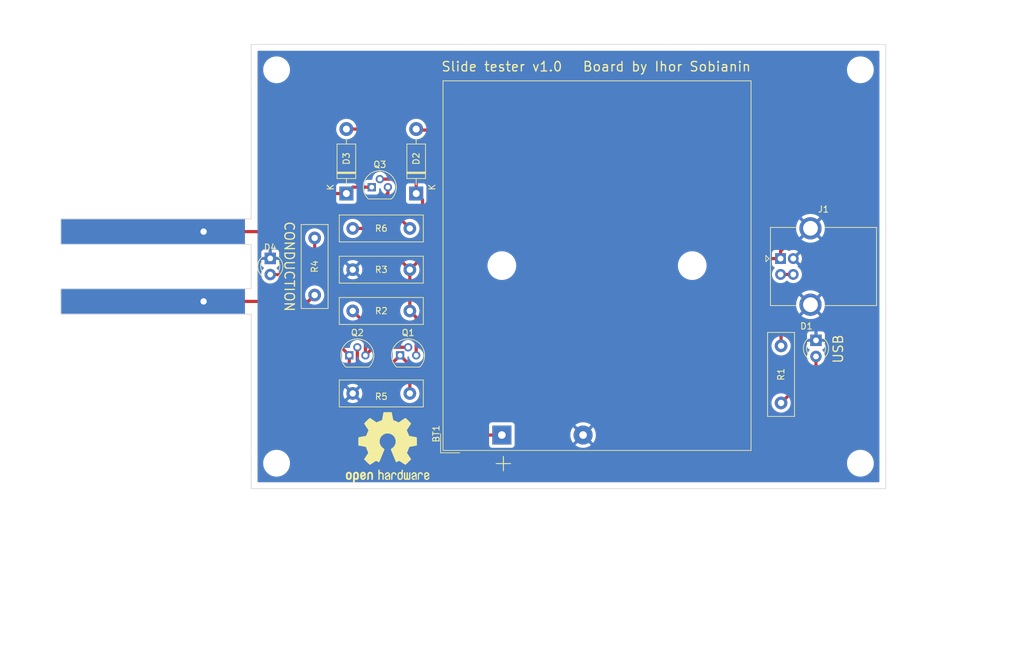
<source format=kicad_pcb>
(kicad_pcb (version 20211014) (generator pcbnew)
  (layers (0 "F.Cu" signal) (31 "B.Cu" signal) (34 "B.Paste" user) (35 "F.Paste" user) (36 "B.SilkS" user "B.Silkscreen") (37 "F.SilkS" user "F.Silkscreen") (38 "B.Mask" user) (39 "F.Mask" user) (44 "Edge.Cuts" user))
  (net 0 "")
  (net 1 "GND")
  (net 2 "Net-(D1-Pad2)")
  (net 3 "Net-(D2-Pad1)")
  (net 4 "Net-(D4-Pad2)")
  (net 5 "Net-(J1-Pad2)")
  (net 6 "Net-(D3-Pad1)")
  (net 7 "Net-(J3-Pad1)")
  (net 8 "Net-(Q1-Pad1)")
  (net 9 "Net-(Q1-Pad2)")
  (net 10 "Net-(BT1-Pad1)")
  (net 11 "Net-(Q3-Pad2)")
  (net 12 "Net-(D2-Pad2)")
  (footprint "Resistor_THT:R_Box_L13.0mm_W4.0mm_P9.00mm" (layer "F.Cu") (at 116 79)
    (fp_text reference "R6" (at 4.5 0) (layer "F.SilkS"))
    (fp_text value "22k")
    (fp_line (start -2.12 -2.12) (end -2.12 2.12) (layer "F.SilkS") (width 0.12))
    (fp_line (start -2.12 2.12) (end 11.12 2.12) (layer "F.SilkS") (width 0.12))
    (fp_line (start -2.12 -2.12) (end 11.12 -2.12) (layer "F.SilkS") (width 0.12))
    (fp_line (start 11.12 -2.12) (end 11.12 2.12) (layer "F.SilkS") (width 0.12))
    (pad "1" thru_hole circle (at 0 0) (size 2 2) (drill 1) (layers *.Cu *.Mask) (net 3 "Net-(D2-Pad1)"))
    (pad "2" thru_hole circle (at 9 0) (size 2 2) (drill 1) (layers *.Cu *.Mask) (net 11 "Net-(Q3-Pad2)"))
  )
  (footprint "Resistor_THT:R_Box_L13.0mm_W4.0mm_P9.00mm" (layer "F.Cu") (at 125 85.5 180)
    (fp_text reference "R3" (at 4.5 0) (layer "F.SilkS"))
    (fp_text value "10k")
    (fp_line (start 11.12 -2.12) (end 11.12 2.12) (layer "F.SilkS") (width 0.12))
    (fp_line (start -2.12 -2.12) (end -2.12 2.12) (layer "F.SilkS") (width 0.12))
    (fp_line (start -2.12 -2.12) (end 11.12 -2.12) (layer "F.SilkS") (width 0.12))
    (fp_line (start -2.12 2.12) (end 11.12 2.12) (layer "F.SilkS") (width 0.12))
    (pad "1" thru_hole circle (at 0 0 180) (size 2 2) (drill 1) (layers *.Cu *.Mask) (net 3 "Net-(D2-Pad1)"))
    (pad "2" thru_hole circle (at 9 0 180) (size 2 2) (drill 1) (layers *.Cu *.Mask) (net 1 "GND"))
  )
  (footprint "Package_TO_SOT_THT:TO-92" (layer "F.Cu") (at 115.46 99)
    (fp_text reference "Q2" (at 1.27 -3.56) (layer "F.SilkS"))
    (fp_text value "C32725")
    (fp_line (start -0.53 1.85) (end 3.07 1.85) (layer "F.SilkS") (width 0.12))
    (fp_arc (start -0.568478 1.838478) (mid -1.132087 -0.994977) (end 1.27 -2.6) (layer "F.SilkS") (width 0.12))
    (fp_arc (start 1.27 -2.6) (mid 3.672087 -0.994977) (end 3.108478 1.838478) (layer "F.SilkS") (width 0.12))
    (pad "1" thru_hole rect (at 0 0) (size 1.3 1.3) (drill 0.75) (layers *.Cu *.Mask) (net 10 "Net-(BT1-Pad1)"))
    (pad "2" thru_hole circle (at 1.27 -1.27) (size 1.3 1.3) (drill 0.75) (layers *.Cu *.Mask) (net 8 "Net-(Q1-Pad1)"))
    (pad "3" thru_hole circle (at 2.54 0) (size 1.3 1.3) (drill 0.75) (layers *.Cu *.Mask) (net 9 "Net-(Q1-Pad2)"))
  )
  (footprint "Package_TO_SOT_THT:TO-92" (layer "F.Cu") (at 119 72.5)
    (fp_text reference "Q3" (at 1.27 -3.56) (layer "F.SilkS"))
    (fp_text value "C32725")
    (fp_line (start -0.53 1.85) (end 3.07 1.85) (layer "F.SilkS") (width 0.12))
    (fp_arc (start -0.568478 1.838478) (mid -1.132087 -0.994977) (end 1.27 -2.6) (layer "F.SilkS") (width 0.12))
    (fp_arc (start 1.27 -2.6) (mid 3.672087 -0.994977) (end 3.108478 1.838478) (layer "F.SilkS") (width 0.12))
    (pad "1" thru_hole rect (at 0 0) (size 1.3 1.3) (drill 0.75) (layers *.Cu *.Mask) (net 6 "Net-(D3-Pad1)"))
    (pad "2" thru_hole circle (at 1.27 -1.27) (size 1.3 1.3) (drill 0.75) (layers *.Cu *.Mask) (net 11 "Net-(Q3-Pad2)"))
    (pad "3" thru_hole circle (at 2.54 0) (size 1.3 1.3) (drill 0.75) (layers *.Cu *.Mask) (net 10 "Net-(BT1-Pad1)"))
  )
  (footprint "REWOD electrodes:electrode_pad" (layer "F.Cu") (at 85.5 79.5)
    (fp_text reference "J2" hide)
    (fp_text value "Conn_01x01_Male")
    (pad "1" smd rect (at -1 0) (size 29 4) (layers "F.Cu" "F.Mask") (net 6 "Net-(D3-Pad1)"))
    (pad "1" thru_hole circle (at 7 0) (size 2 2) (drill 1) (layers *.Cu *.Mask) (net 6 "Net-(D3-Pad1)"))
    (pad "1" smd rect (at -1 0) (size 29 4) (layers "B.Cu" "B.Mask") (net 6 "Net-(D3-Pad1)"))
  )
  (footprint "MountingHole:MountingHole_3.2mm_M3_DIN965" (layer "F.Cu") (at 196 116)
    (fp_text reference "REF**" hide)
    (fp_text value "MountingHole_3.2mm_M3_DIN965")
    (pad "" np_thru_hole circle (at 0 0) (size 3.2 3.2) (drill 3.2) (layers *.Cu *.Mask))
  )
  (footprint "Symbol:OSHW-Logo2_14.6x12mm_SilkScreen" (layer "F.Cu") (at 121.5 113.5)
    (fp_text reference "REF**" hide)
    (fp_text value "OSHW-Logo2_14.6x12mm_SilkScreen" hide)
    (fp_poly (pts (xy 6.343439 3.95654) (xy 6.45895 4.032034) (xy 6.514664 4.099617) (xy 6.558804 4.222255) (xy 6.562309 4.319298) (xy 6.554368 4.449056) (xy 6.255115 4.580039) (xy 6.109611 4.646958) (xy 6.014537 4.70079) (xy 5.965101 4.747416) (xy 5.956511 4.79272) (xy 5.983972 4.842582) (xy 6.014253 4.875632) (xy 6.102363 4.928633) (xy 6.198196 4.932347) (xy 6.286212 4.891041) (xy 6.350869 4.808983) (xy 6.362433 4.780008) (xy 6.417825 4.689509) (xy 6.481553 4.65094) (xy 6.568966 4.617946) (xy 6.568966 4.743034) (xy 6.561238 4.828156) (xy 6.530966 4.899938) (xy 6.467518 4.982356) (xy 6.458088 4.993066) (xy 6.387513 5.066391) (xy 6.326847 5.105742) (xy 6.25095 5.123845) (xy 6.18803 5.129774) (xy 6.075487 5.131251) (xy 5.99537 5.112535) (xy 5.94539 5.084747) (xy 5.866838 5.023641) (xy 5.812463 4.957554) (xy 5.778052 4.874441) (xy 5.759388 4.762254) (xy 5.752256 4.608946) (xy 5.751687 4.531136) (xy 5.753622 4.437853) (xy 5.929899 4.437853) (xy 5.931944 4.487896) (xy 5.937039 4.496092) (xy 5.970666 4.484958) (xy 6.04303 4.455493) (xy 6.139747 4.413601) (xy 6.159973 4.404597) (xy 6.282203 4.342442) (xy 6.349547 4.287815) (xy 6.364348 4.236649) (xy 6.328947 4.184876) (xy 6.299711 4.162) (xy 6.194216 4.11625) (xy 6.095476 4.123808) (xy 6.012812 4.179651) (xy 5.955548 4.278753) (xy 5.937188 4.357414) (xy 5.929899 4.437853) (xy 5.753622 4.437853) (xy 5.755459 4.349351) (xy 5.769359 4.214853) (xy 5.796894 4.116916) (xy 5.841572 4.044811) (xy 5.906901 3.987813) (xy 5.935383 3.969393) (xy 6.064763 3.921422) (xy 6.206412 3.918403) (xy 6.343439 3.95654)) (layer "F.SilkS") (width 0.01) (fill solid))
    (fp_poly (pts (xy -3.684448 3.884676) (xy -3.569342 3.962111) (xy -3.480389 4.073949) (xy -3.427251 4.216265) (xy -3.416503 4.321015) (xy -3.417724 4.364726) (xy -3.427944 4.398194) (xy -3.456039 4.428179) (xy -3.510884 4.46144) (xy -3.601355 4.504738) (xy -3.736328 4.564833) (xy -3.737011 4.565134) (xy -3.861249 4.622037) (xy -3.963127 4.672565) (xy -4.032233 4.71128) (xy -4.058154 4.73274) (xy -4.058161 4.732913) (xy -4.035315 4.779644) (xy -3.981891 4.831154) (xy -3.920558 4.868261) (xy -3.889485 4.875632) (xy -3.804711 4.850138) (xy -3.731707 4.786291) (xy -3.696087 4.716094) (xy -3.66182 4.664343) (xy -3.594697 4.605409) (xy -3.515792 4.554496) (xy -3.446179 4.526809) (xy -3.431623 4.525287) (xy -3.415237 4.550321) (xy -3.41425 4.614311) (xy -3.426292 4.700593) (xy -3.448993 4.792501) (xy -3.479986 4.873369) (xy -3.481552 4.876509) (xy -3.574819 5.006734) (xy -3.695696 5.095311) (xy -3.832973 5.138786) (xy -3.97544 5.133706) (xy -4.111888 5.076616) (xy -4.117955 5.072602) (xy -4.22529 4.975326) (xy -4.295868 4.848409) (xy -4.334926 4.681526) (xy -4.340168 4.634639) (xy -4.349452 4.413329) (xy -4.338322 4.310124) (xy -4.058161 4.310124) (xy -4.054521 4.374503) (xy -4.034611 4.393291) (xy -3.984974 4.379235) (xy -3.906733 4.346009) (xy -3.819274 4.304359) (xy -3.817101 4.303256) (xy -3.74297 4.264265) (xy -3.713219 4.238244) (xy -3.720555 4.210965) (xy -3.751447 4.175121) (xy -3.83004 4.123251) (xy -3.914677 4.119439) (xy -3.990597 4.157189) (xy -4.043035 4.230001) (xy -4.058161 4.310124) (xy -4.338322 4.310124) (xy -4.330356 4.236261) (xy -4.281366 4.095829) (xy -4.213164 3.997447) (xy -4.090065 3.89803) (xy -3.954472 3.848711) (xy -3.816045 3.845568) (xy -3.684448 3.884676)) (layer "F.SilkS") (width 0.01) (fill solid))
    (fp_poly (pts (xy 5.33569 3.940018) (xy 5.370585 3.955269) (xy 5.453877 4.021235) (xy 5.525103 4.116618) (xy 5.569153 4.218406) (xy 5.576322 4.268587) (xy 5.552285 4.338647) (xy 5.499561 4.375717) (xy 5.443031 4.398164) (xy 5.417146 4.4023) (xy 5.404542 4.372283) (xy 5.379654 4.306961) (xy 5.368735 4.277445) (xy 5.307508 4.175348) (xy 5.218861 4.124423) (xy 5.105193 4.125989) (xy 5.096774 4.127994) (xy 5.036088 4.156767) (xy 4.991474 4.212859) (xy 4.961002 4.303163) (xy 4.942744 4.434571) (xy 4.934771 4.613974) (xy 4.934023 4.709433) (xy 4.933652 4.859913) (xy 4.931223 4.962495) (xy 4.92476 5.027672) (xy 4.912288 5.065938) (xy 4.891833 5.087785) (xy 4.861419 5.103707) (xy 4.859661 5.104509) (xy 4.801091 5.129272) (xy 4.772075 5.138391) (xy 4.767616 5.110822) (xy 4.763799 5.03462) (xy 4.760899 4.919541) (xy 4.759191 4.775341) (xy 4.758851 4.669814) (xy 4.760588 4.465613) (xy 4.767382 4.310697) (xy 4.781607 4.196024) (xy 4.805638 4.112551) (xy 4.841848 4.051236) (xy 4.892612 4.003034) (xy 4.942739 3.969393) (xy 5.063275 3.924619) (xy 5.203557 3.914521) (xy 5.33569 3.940018)) (layer "F.SilkS") (width 0.01) (fill solid))
    (fp_poly (pts (xy -4.8281 3.861903) (xy -4.71655 3.917522) (xy -4.618092 4.019931) (xy -4.590977 4.057864) (xy -4.561438 4.1075) (xy -4.542272 4.161412) (xy -4.531307 4.233364) (xy -4.526371 4.337122) (xy -4.525287 4.474101) (xy -4.530182 4.661815) (xy -4.547196 4.802758) (xy -4.579823 4.907908) (xy -4.631558 4.988243) (xy -4.705896 5.054741) (xy -4.711358 5.058678) (xy -4.78462 5.098953) (xy -4.87284 5.11888) (xy -4.985038 5.123793) (xy -5.167433 5.123793) (xy -5.167509 5.300857) (xy -5.169207 5.39947) (xy -5.17955 5.457314) (xy -5.206578 5.492006) (xy -5.258332 5.521164) (xy -5.270761 5.527121) (xy -5.328923 5.555039) (xy -5.373956 5.572672) (xy -5.407441 5.574194) (xy -5.430962 5.553781) (xy -5.4461 5.505607) (xy -5.454437 5.423846) (xy -5.457556 5.302672) (xy -5.45704 5.13626) (xy -5.454471 4.918785) (xy -5.453668 4.853736) (xy -5.450778 4.629502) (xy -5.448188 4.482821) (xy -5.167586 4.482821) (xy -5.166009 4.607326) (xy -5.159 4.688787) (xy -5.143142 4.742515) (xy -5.115019 4.783823) (xy -5.095925 4.803971) (xy -5.017865 4.862921) (xy -4.948753 4.86772) (xy -4.87744 4.819038) (xy -4.875632 4.817241) (xy -4.846617 4.779618) (xy -4.828967 4.728484) (xy -4.820064 4.649738) (xy -4.817291 4.529276) (xy -4.817241 4.502588) (xy -4.823942 4.336583) (xy -4.845752 4.221505) (xy -4.885235 4.151254) (xy -4.944956 4.119729) (xy -4.979472 4.116552) (xy -5.061389 4.13146) (xy -5.117579 4.180548) (xy -5.151402 4.270362) (xy -5.16622 4.407445) (xy -5.167586 4.482821) (xy -5.448188 4.482821) (xy -5.447713 4.455952) (xy -5.443753 4.325382) (xy -5.438174 4.230087) (xy -5.430254 4.162364) (xy -5.419269 4.114507) (xy -5.404499 4.078813) (xy -5.385218 4.047578) (xy -5.376951 4.035824) (xy -5.267288 3.924797) (xy -5.128635 3.861847) (xy -4.968246 3.844297) (xy -4.8281 3.861903)) (layer "F.SilkS") (width 0.01) (fill solid))
    (fp_poly (pts (xy 0.209014 -5.547002) (xy 0.367006 -5.546137) (xy 0.481347 -5.543795) (xy 0.559407 -5.539238) (xy 0.608554 -5.53173) (xy 0.636159 -5.520534) (xy 0.649592 -5.504912) (xy 0.656221 -5.484127) (xy 0.656865 -5.481437) (xy 0.666935 -5.432887) (xy 0.685575 -5.337095) (xy 0.710845 -5.204257) (xy 0.740807 -5.044569) (xy 0.773522 -4.868226) (xy 0.774664 -4.862033) (xy 0.807433 -4.689218) (xy 0.838093 -4.536531) (xy 0.864664 -4.413129) (xy 0.885167 -4.328169) (xy 0.897626 -4.29081) (xy 0.89822 -4.290148) (xy 0.934919 -4.271905) (xy 1.010586 -4.241503) (xy 1.108878 -4.205507) (xy 1.109425 -4.205315) (xy 1.233233 -4.158778) (xy 1.379196 -4.099496) (xy 1.516781 -4.039891) (xy 1.523293 -4.036944) (xy 1.74739 -3.935235) (xy 2.243619 -4.274103) (xy 2.395846 -4.377408) (xy 2.533741 -4.469763) (xy 2.649315 -4.545916) (xy 2.734579 -4.600615) (xy 2.781544 -4.628607) (xy 2.786004 -4.630683) (xy 2.820134 -4.62144) (xy 2.883881 -4.576844) (xy 2.979731 -4.494791) (xy 3.110169 -4.373179) (xy 3.243328 -4.243795) (xy 3.371694 -4.116298) (xy 3.486581 -3.999954) (xy 3.581073 -3.901948) (xy 3.648253 -3.829464) (xy 3.681206 -3.789687) (xy 3.682432 -3.787639) (xy 3.686074 -3.760344) (xy 3.67235 -3.715766) (xy 3.637869 -3.647888) (xy 3.579239 -3.550689) (xy 3.49307 -3.418149) (xy 3.3782 -3.247524) (xy 3.276254 -3.097345) (xy 3.185123 -2.96265) (xy 3.110073 -2.85126) (xy 3.056369 -2.770995) (xy 3.02928 -2.729675) (xy 3.027574 -2.72687) (xy 3.030882 -2.687279) (xy 3.055953 -2.610331) (xy 3.097798 -2.510568) (xy 3.112712 -2.478709) (xy 3.177786 -2.336774) (xy 3.247212 -2.175727) (xy 3.303609 -2.036379) (xy 3.344247 -1.932956) (xy 3.376526 -1.854358) (xy 3.395178 -1.81328) (xy 3.397497 -1.810115) (xy 3.431803 -1.804872) (xy 3.512669 -1.790506) (xy 3.629343 -1.769063) (xy 3.771075 -1.742587) (xy 3.92711 -1.713123) (xy 4.086698 -1.682717) (xy 4.239085 -1.653412) (xy 4.373521 -1.627255) (xy 4.479252 -1.60629) (xy 4.545526 -1.592561) (xy 4.561782 -1.58868) (xy 4.578573 -1.5791) (xy 4.591249 -1.557464) (xy 4.600378 -1.516469) (xy 4.606531 -1.448811) (xy 4.61028 -1.347188) (xy 4.612192 -1.204297) (xy 4.61284 -1.012835) (xy 4.612874 -0.934355) (xy 4.612874 -0.296094) (xy 4.459598 -0.26584) (xy 4.374322 -0.249436) (xy 4.24707 -0.225491) (xy 4.093315 -0.196893) (xy 3.928534 -0.166533) (xy 3.882989 -0.158194) (xy 3.730932 -0.12863) (xy 3.598468 -0.099558) (xy 3.496714 -0.073671) (xy 3.436788 -0.053663) (xy 3.426805 -0.047699) (xy 3.402293 -0.005466) (xy 3.367148 0.07637) (xy 3.328173 0.181683) (xy 3.320442 0.204368) (xy 3.26936 0.345018) (xy 3.205954 0.503714) (xy 3.143904 0.646225) (xy 3.143598 0.646886) (xy 3.040267 0.87044) (xy 3.719961 1.870232) (xy 3.283621 2.3073) (xy 3.151649 2.437381) (xy 3.031279 2.552048) (xy 2.929273 2.645181) (xy 2.852391 2.710658) (xy 2.807393 2.742357) (xy 2.800938 2.744368) (xy 2.76304 2.728529) (xy 2.685708 2.684496) (xy 2.577389 2.61749) (xy 2.446532 2.532734) (xy 2.305052 2.437816) (xy 2.161461 2.340998) (xy 2.033435 2.256751) (xy 1.929105 2.190258) (xy 1.8566 2.146702) (xy 1.824158 2.131264) (xy 1.784576 2.144328) (xy 1.709519 2.17875) (xy 1.614468 2.22738) (xy 1.604392 2.232785) (xy 1.476391 2.29698) (xy 1.388618 2.328463) (xy 1.334028 2.328798) (xy 1.305575 2.299548) (xy 1.30541 2.299138) (xy 1.291188 2.264498) (xy 1.257269 2.182269) (xy 1.206284 2.058814) (xy 1.140862 1.900498) (xy 1.063634 1.713686) (xy 0.977229 1.504742) (xy 0.893551 1.302446) (xy 0.801588 1.0792) (xy 0.71715 0.872392) (xy 0.642769 0.688362) (xy 0.580974 0.533451) (xy 0.534297 0.413996) (xy 0.505268 0.336339) (xy 0.496322 0.307356) (xy 0.518756 0.27411) (xy 0.577439 0.221123) (xy 0.655689 0.162704) (xy 0.878534 -0.022048) (xy 1.052718 -0.233818) (xy 1.176154 -0.468144) (xy 1.246754 -0.720566) (xy 1.262431 -0.986623) (xy 1.251036 -1.109425) (xy 1.18895 -1.364207) (xy 1.082023 -1.589199) (xy 0.936889 -1.782183) (xy 0.760178 -1.940939) (xy 0.558522 -2.06325) (xy 0.338554 -2.146895) (xy 0.106906 -2.189656) (xy -0.129791 -2.189313) (xy -0.364905 -2.143648) (xy -0.591804 -2.050441) (xy -0.803856 -1.907473) (xy -0.892364 -1.826617) (xy -1.062111 -1.618993) (xy -1.180301 -1.392105) (xy -1.247722 -1.152567) (xy -1.26516 -0.906993) (xy -1.233402 -0.661997) (xy -1.153235 -0.424192) (xy -1.025445 -0.200193) (xy -0.85082 0.003387) (xy -0.655688 0.162704) (xy -0.574409 0.223602) (xy -0.516991 0.276015) (xy -0.496322 0.307406) (xy -0.507144 0.341639) (xy -0.537923 0.423419) (xy -0.586126 0.546407) (xy -0.649222 0.704263) (xy -0.724678 0.890649) (xy -0.809962 1.099226) (xy -0.893781 1.302496) (xy -0.986255 1.525933) (xy -1.071911 1.732984) (xy -1.148118 1.917286) (xy -1.212247 2.072475) (xy -1.261668 2.192188) (xy -1.293752 2.270061) (xy -1.305641 2.299138) (xy -1.333726 2.328677) (xy -1.388051 2.328591) (xy -1.475605 2.297326) (xy -1.603381 2.233329) (xy -1.604392 2.232785) (xy -1.700598 2.183121) (xy -1.778369 2.146945) (xy -1.822223 2.131408) (xy -1.824158 2.131264) (xy -1.857171 2.147024) (xy -1.930054 2.19085) (xy -2.034678 2.257557) (xy -2.16291 2.341964) (xy -2.305052 2.437816) (xy -2.449767 2.534867) (xy -2.580196 2.61927) (xy -2.68789 2.685801) (xy -2.764402 2.729238) (xy -2.800938 2.744368) (xy -2.834582 2.724482) (xy -2.902224 2.668903) (xy -2.997107 2.583754) (xy -3.11247 2.475153) (xy -3.241555 2.349221) (xy -3.283771 2.307149) (xy -3.720261 1.869931) (xy -3.388023 1.38234) (xy -3.287054 1.232605) (xy -3.198438 1.09822) (xy -3.127146 0.986969) (xy -3.07815 0.906639) (xy -3.056422 0.865014) (xy -3.055785 0.862053) (xy -3.06724 0.822818) (xy -3.098051 0.743895) (xy -3.142884 0.638509) (xy -3.174353 0.567954) (xy -3.233192 0.432876) (xy -3.288604 0.296409) (xy -3.331564 0.181103) (xy -3.343234 0.145977) (xy -3.376389 0.052174) (xy -3.408799 -0.020306) (xy -3.426601 -0.047699) (xy -3.465886 -0.064464) (xy -3.551626 -0.08823) (xy -3.672697 -0.116303) (xy -3.817973 -0.145991) (xy -3.882988 -0.158194) (xy -4.048087 -0.188532) (xy -4.206448 -0.217907) (xy -4.342596 -0.243431) (xy -4.441057 -0.262215) (xy -4.459598 -0.26584) (xy -4.612873 -0.296094) (xy -4.612873 -0.934355) (xy -4.612529 -1.14423) (xy -4.611116 -1.30302) (xy -4.608064 -1.418027) (xy -4.602803 -1.496554) (xy -4.594763 -1.545904) (xy -4.583373 -1.573381) (xy -4.568063 -1.586287) (xy -4.561782 -1.58868) (xy -4.523896 -1.597167) (xy -4.440195 -1.6141) (xy -4.321433 -1.637434) (xy -4.178361 -1.665125) (xy -4.021732 -1.695127) (xy -3.862297 -1.725396) (xy -3.710809 -1.753885) (xy -3.578019 -1.778551) (xy -3.474681 -1.797349) (xy -3.411545 -1.808233) (xy -3.397497 -1.810115) (xy -3.38477 -1.835296) (xy -3.3566 -1.902378) (xy -3.318252 -1.998667) (xy -3.303609 -2.036379) (xy -3.244548 -2.182079) (xy -3.175 -2.343049) (xy -3.112712 -2.478709) (xy -3.066879 -2.582439) (xy -3.036387 -2.667674) (xy -3.026208 -2.719874) (xy -3.027831 -2.72687) (xy -3.049343 -2.759898) (xy -3.098465 -2.833357) (xy -3.169923 -2.939423) (xy -3.258445 -3.070274) (xy -3.358759 -3.218088) (xy -3.378594 -3.247266) (xy -3.494988 -3.420137) (xy -3.580548 -3.551774) (xy -3.638684 -3.648239) (xy -3.672808 -3.715592) (xy -3.686331 -3.759894) (xy -3.682664 -3.787206) (xy -3.68257 -3.78738) (xy -3.653707 -3.823254) (xy -3.589867 -3.892609) (xy -3.497969 -3.988255) (xy -3.384933 -4.103001) (xy -3.257679 -4.229659) (xy -3.243328 -4.243795) (xy -3.082957 -4.399097) (xy -2.959195 -4.51313) (xy -2.869555 -4.587998) (xy -2.811552 -4.625804) (xy -2.786004 -4.630683) (xy -2.748718 -4.609397) (xy -2.671343 -4.560227) (xy -2.561867 -4.488425) (xy -2.42828 -4.399245) (xy -2.27857 -4.297937) (xy -2.243618 -4.274103) (xy -1.74739 -3.935235) (xy -1.523293 -4.036944) (xy -1.387011 -4.096217) (xy -1.240724 -4.15583) (xy -1.114965 -4.20336) (xy -1.109425 -4.205315) (xy -1.011057 -4.241323) (xy -0.935229 -4.271771) (xy -0.898282 -4.290095) (xy -0.89822 -4.290148) (xy -0.886496 -4.323271) (xy -0.866568 -4.404733) (xy -0.840413 -4.525375) (xy -0.81001 -4.676041) (xy -0.777337 -4.847572) (xy -0.774664 -4.862033) (xy -0.74189 -5.038765) (xy -0.711802 -5.19919) (xy -0.686339 -5.333112) (xy -0.667441 -5.430337) (xy -0.657047 -5.480668) (xy -0.656865 -5.481437) (xy -0.650539 -5.502847) (xy -0.638239 -5.519012) (xy -0.612594 -5.530669) (xy -0.566235 -5.538555) (xy -0.491792 -5.543407) (xy -0.381895 -5.545961) (xy -0.229175 -5.546955) (xy -0.026262 -5.547126) (xy 0 -5.547126) (xy 0.209014 -5.547002)) (layer "F.SilkS") (width 0.01) (fill solid))
    (fp_poly (pts (xy -2.582571 3.877719) (xy -2.488877 3.931914) (xy -2.423736 3.985707) (xy -2.376093 4.042066) (xy -2.343272 4.110987) (xy -2.322594 4.202468) (xy -2.31138 4.326506) (xy -2.306951 4.493098) (xy -2.306437 4.612851) (xy -2.306437 5.053659) (xy -2.430517 5.109283) (xy -2.554598 5.164907) (xy -2.569195 4.682095) (xy -2.575227 4.501779) (xy -2.581555 4.370901) (xy -2.589394 4.280511) (xy -2.599963 4.221664) (xy -2.614477 4.185413) (xy -2.634152 4.16281) (xy -2.640465 4.157917) (xy -2.736112 4.119706) (xy -2.832793 4.134827) (xy -2.890345 4.174943) (xy -2.913755 4.20337) (xy -2.929961 4.240672) (xy -2.940259 4.297223) (xy -2.945951 4.383394) (xy -2.948336 4.509558) (xy -2.948736 4.641042) (xy -2.948814 4.805999) (xy -2.951639 4.922761) (xy -2.961093 5.00151) (xy -2.98106 5.052431) (xy -3.015424 5.085706) (xy -3.068068 5.11152) (xy -3.138383 5.138344) (xy -3.21518 5.167542) (xy -3.206038 4.649346) (xy -3.202357 4.462539) (xy -3.19805 4.32449) (xy -3.191877 4.225568) (xy -3.182598 4.156145) (xy -3.168973 4.10659) (xy -3.149761 4.067273) (xy -3.126598 4.032584) (xy -3.014848 3.92177) (xy -2.878487 3.857689) (xy -2.730175 3.842339) (xy -2.582571 3.877719)) (layer "F.SilkS") (width 0.01) (fill solid))
    (fp_poly (pts (xy -1.255402 3.723857) (xy -1.246846 3.843188) (xy -1.237019 3.913506) (xy -1.223401 3.944179) (xy -1.203473 3.944571) (xy -1.197011 3.94091) (xy -1.11106 3.914398) (xy -0.999255 3.915946) (xy -0.885586 3.943199) (xy -0.81449 3.978455) (xy -0.741595 4.034778) (xy -0.688307 4.098519) (xy -0.651725 4.17951) (xy -0.62895 4.287586) (xy -0.617081 4.43258) (xy -0.613218 4.624326) (xy -0.613149 4.661109) (xy -0.613103 5.074288) (xy -0.705046 5.106339) (xy -0.770348 5.128144) (xy -0.806176 5.138297) (xy -0.80723 5.138391) (xy -0.810758 5.11086) (xy -0.813761 5.034923) (xy -0.81601 4.920565) (xy -0.817276 4.777769) (xy -0.817471 4.690951) (xy -0.817877 4.519773) (xy -0.819968 4.397088) (xy -0.825053 4.313) (xy -0.83444 4.257614) (xy -0.849439 4.221032) (xy -0.871358 4.193359) (xy -0.885043 4.180032) (xy -0.979051 4.126328) (xy -1.081636 4.122307) (xy -1.17471 4.167725) (xy -1.191922 4.184123) (xy -1.217168 4.214957) (xy -1.23468 4.251531) (xy -1.245858 4.304415) (xy -1.252104 4.384177) (xy -1.254818 4.501385) (xy -1.255402 4.662991) (xy -1.255402 5.074288) (xy -1.347345 5.106339) (xy -1.412647 5.128144) (xy -1.448475 5.138297) (xy -1.449529 5.138391) (xy -1.452225 5.110448) (xy -1.454655 5.03163) (xy -1.456722 4.909453) (xy -1.458329 4.751432) (xy -1.459377 4.565083) (xy -1.459769 4.35792) (xy -1.45977 4.348706) (xy -1.45977 3.55902) (xy -1.364885 3.518997) (xy -1.27 3.478973) (xy -1.255402 3.723857)) (layer "F.SilkS") (width 0.01) (fill solid))
    (fp_poly (pts (xy 4.314406 3.935156) (xy 4.398469 3.973393) (xy 4.46445 4.019726) (xy 4.512794 4.071532) (xy 4.546172 4.138363) (xy 4.567253 4.229769) (xy 4.578707 4.355301) (xy 4.583203 4.524508) (xy 4.583678 4.635933) (xy 4.583678 5.070627) (xy 4.509316 5.104509) (xy 4.450746 5.129272) (xy 4.42173 5.138391) (xy 4.416179 5.111257) (xy 4.411775 5.038094) (xy 4.409078 4.931263) (xy 4.408506 4.846437) (xy 4.406046 4.723887) (xy 4.399412 4.626668) (xy 4.389726 4.567134) (xy 4.382032 4.554483) (xy 4.330311 4.567402) (xy 4.249117 4.600539) (xy 4.155102 4.645461) (xy 4.064917 4.693735) (xy 3.995215 4.736928) (xy 3.962648 4.766608) (xy 3.962519 4.766929) (xy 3.96532 4.821857) (xy 3.990439 4.874292) (xy 4.034541 4.916881) (xy 4.098909 4.931126) (xy 4.153921 4.929466) (xy 4.231835 4.928245) (xy 4.272732 4.946498) (xy 4.297295 4.994726) (xy 4.300392 5.00382) (xy 4.31104 5.072598) (xy 4.282565 5.11436) (xy 4.208344 5.134263) (xy 4.128168 5.137944) (xy 3.98389 5.110658) (xy 3.909203 5.07169) (xy 3.816963 4.980148) (xy 3.768043 4.867782) (xy 3.763654 4.749051) (xy 3.805001 4.638411) (xy 3.867197 4.56908) (xy 3.929294 4.530265) (xy 4.026895 4.481125) (xy 4.140632 4.431292) (xy 4.15959 4.423677) (xy 4.284521 4.368545) (xy 4.356539 4.319954) (xy 4.3797 4.271647) (xy 4.358064 4.21737) (xy 4.32092 4.174943) (xy 4.233127 4.122702) (xy 4.13653 4.118784) (xy 4.047944 4.159041) (xy 3.984186 4.239326) (xy 3.975817 4.26004) (xy 3.927096 4.336225) (xy 3.855965 4.392785) (xy 3.766207 4.439201) (xy 3.766207 4.307584) (xy 3.77149 4.227168) (xy 3.794142 4.163786) (xy 3.844367 4.096163) (xy 3.892582 4.044076) (xy 3.967554 3.970322) (xy 4.025806 3.930702) (xy 4.088372 3.91481) (xy 4.159193 3.912184) (xy 4.314406 3.935156)) (layer "F.SilkS") (width 0.01) (fill solid))
    (fp_poly (pts (xy 1.065943 3.92192) (xy 1.198565 3.970859) (xy 1.30601 4.057419) (xy 1.348032 4.118352) (xy 1.393843 4.230161) (xy 1.392891 4.311006) (xy 1.344808 4.365378) (xy 1.327017 4.374624) (xy 1.250204 4.40345) (xy 1.210976 4.396065) (xy 1.197689 4.347658) (xy 1.197012 4.32092) (xy 1.172686 4.222548) (xy 1.109281 4.153734) (xy 1.021154 4.120498) (xy 0.922663 4.128861) (xy 0.842602 4.172296) (xy 0.815561 4.197072) (xy 0.796394 4.227129) (xy 0.783446 4.272565) (xy 0.775064 4.343476) (xy 0.769593 4.44996) (xy 0.765378 4.602112) (xy 0.764287 4.650287) (xy 0.760307 4.815095) (xy 0.755781 4.931088) (xy 0.748995 5.007833) (xy 0.738231 5.054893) (xy 0.721773 5.081835) (xy 0.697906 5.098223) (xy 0.682626 5.105463) (xy 0.617733 5.13022) (xy 0.579534 5.138391) (xy 0.566912 5.111103) (xy 0.559208 5.028603) (xy 0.55638 4.889941) (xy 0.558386 4.694162) (xy 0.559011 4.663965) (xy 0.563421 4.485349) (xy 0.568635 4.354923) (xy 0.576055 4.262492) (xy 0.587082 4.197858) (xy 0.603117 4.150825) (xy 0.625561 4.111196) (xy 0.637302 4.094215) (xy 0.704619 4.01908) (xy 0.77991 3.960638) (xy 0.789128 3.955536) (xy 0.924133 3.91526) (xy 1.065943 3.92192)) (layer "F.SilkS") (width 0.01) (fill solid))
    (fp_poly (pts (xy -5.951779 3.866015) (xy -5.814939 3.937968) (xy -5.713949 4.053766) (xy -5.678075 4.128213) (xy -5.650161 4.239992) (xy -5.635871 4.381227) (xy -5.634516 4.535371) (xy -5.645405 4.685879) (xy -5.667847 4.816205) (xy -5.70115 4.909803) (xy -5.711385 4.925922) (xy -5.832618 5.046249) (xy -5.976613 5.118317) (xy -6.132861 5.139408) (xy -6.290852 5.106802) (xy -6.33482 5.087253) (xy -6.420444 5.027012) (xy -6.495592 4.947135) (xy -6.502694 4.937004) (xy -6.531561 4.888181) (xy -6.550643 4.83599) (xy -6.561916 4.767285) (xy -6.567355 4.668918) (xy -6.568938 4.527744) (xy -6.568965 4.496092) (xy -6.568893 4.486019) (xy -6.277011 4.486019) (xy -6.275313 4.619256) (xy -6.268628 4.707674) (xy -6.254575 4.764785) (xy -6.230771 4.804102) (xy -6.218621 4.817241) (xy -6.148764 4.867172) (xy -6.080941 4.864895) (xy -6.012365 4.821584) (xy -5.971465 4.775346) (xy -5.947242 4.707857) (xy -5.933639 4.601433) (xy -5.932706 4.58902) (xy -5.930384 4.396147) (xy -5.95465 4.2529) (xy -6.005176 4.16016) (xy -6.081632 4.118807) (xy -6.108924 4.116552) (xy -6.180589 4.127893) (xy -6.22961 4.167184) (xy -6.259582 4.242326) (xy -6.274101 4.361222) (xy -6.277011 4.486019) (xy -6.568893 4.486019) (xy -6.567878 4.345659) (xy -6.563312 4.240549) (xy -6.553312 4.167714) (xy -6.535921 4.114108) (xy -6.509184 4.066681) (xy -6.503276 4.057864) (xy -6.403968 3.939007) (xy -6.295758 3.870008) (xy -6.164019 3.842619) (xy -6.119283 3.841281) (xy -5.951779 3.866015)) (layer "F.SilkS") (width 0.01) (fill solid))
    (fp_poly (pts (xy 3.580124 3.93984) (xy 3.584579 4.016653) (xy 3.588071 4.133391) (xy 3.590315 4.280821) (xy 3.591035 4.435455) (xy 3.591035 4.958727) (xy 3.498645 5.051117) (xy 3.434978 5.108047) (xy 3.379089 5.131107) (xy 3.302702 5.129647) (xy 3.27238 5.125934) (xy 3.17761 5.115126) (xy 3.099222 5.108933) (xy 3.080115 5.108361) (xy 3.015699 5.112102) (xy 2.923571 5.121494) (xy 2.88785 5.125934) (xy 2.800114 5.132801) (xy 2.741153 5.117885) (xy 2.68269 5.071835) (xy 2.661585 5.051117) (xy 2.569195 4.958727) (xy 2.569195 3.979947) (xy 2.643558 3.946066) (xy 2.70759 3.92097) (xy 2.745052 3.912184) (xy 2.754657 3.93995) (xy 2.763635 4.01753) (xy 2.771386 4.136348) (xy 2.777314 4.287828) (xy 2.780173 4.415805) (xy 2.788161 4.919425) (xy 2.857848 4.929278) (xy 2.921229 4.922389) (xy 2.952286 4.900083) (xy 2.960967 4.858379) (xy 2.968378 4.769544) (xy 2.973931 4.644834) (xy 2.977036 4.495507) (xy 2.977484 4.418661) (xy 2.977931 3.976287) (xy 3.069874 3.944235) (xy 3.134949 3.922443) (xy 3.170347 3.912281) (xy 3.171368 3.912184) (xy 3.17492 3.939809) (xy 3.178823 4.016411) (xy 3.182751 4.132579) (xy 3.186376 4.278904) (xy 3.188908 4.415805) (xy 3.196897 4.919425) (xy 3.372069 4.919425) (xy 3.380107 4.459965) (xy 3.388146 4.000505) (xy 3.473543 3.956344) (xy 3.536593 3.926019) (xy 3.57391 3.912258) (xy 3.574987 3.912184) (xy 3.580124 3.93984)) (layer "F.SilkS") (width 0.01) (fill solid))
    (fp_poly (pts (xy 2.393914 4.154455) (xy 2.393543 4.372661) (xy 2.392108 4.540519) (xy 2.389002 4.66607) (xy 2.383622 4.757355) (xy 2.375362 4.822415) (xy 2.363616 4.869291) (xy 2.347781 4.906024) (xy 2.33579 4.926991) (xy 2.23649 5.040694) (xy 2.110588 5.111965) (xy 1.971291 5.137538) (xy 1.831805 5.11415) (xy 1.748743 5.072119) (xy 1.661545 4.999411) (xy 1.602117 4.910612) (xy 1.566261 4.79432) (xy 1.549781 4.639135) (xy 1.547447 4.525287) (xy 1.547761 4.517106) (xy 1.751724 4.517106) (xy 1.75297 4.647657) (xy 1.758678 4.73408) (xy 1.771804 4.790618) (xy 1.795306 4.831514) (xy 1.823386 4.862362) (xy 1.917688 4.921905) (xy 2.01894 4.926992) (xy 2.114636 4.877279) (xy 2.122084 4.870543) (xy 2.153874 4.835502) (xy 2.173808 4.793811) (xy 2.1846 4.731762) (xy 2.188965 4.635644) (xy 2.189655 4.529379) (xy 2.188159 4.39588) (xy 2.181964 4.306822) (xy 2.168514 4.248293) (xy 2.145251 4.206382) (xy 2.126175 4.184123) (xy 2.037563 4.127985) (xy 1.935508 4.121235) (xy 1.838095 4.164114) (xy 1.819296 4.180032) (xy 1.787293 4.215382) (xy 1.767318 4.257502) (xy 1.756593 4.320251) (xy 1.752339 4.417487) (xy 1.751724 4.517106) (xy 1.547761 4.517106) (xy 1.554504 4.341947) (xy 1.578472 4.204195) (xy 1.623548 4.100632) (xy 1.693928 4.019856) (xy 1.748743 3.978455) (xy 1.848376 3.933728) (xy 1.963855 3.912967) (xy 2.071199 3.918525) (xy 2.131264 3.940943) (xy 2.154835 3.947323) (xy 2.170477 3.923535) (xy 2.181395 3.859788) (xy 2.189655 3.762687) (xy 2.198699 3.654541) (xy 2.211261 3.589475) (xy 2.234119 3.552268) (xy 2.274051 3.527699) (xy 2.299138 3.516819) (xy 2.394023 3.477072) (xy 2.393914 4.154455)) (layer "F.SilkS") (width 0.01) (fill solid))
    (fp_poly (pts (xy 0.079944 3.92436) (xy 0.194343 3.966842) (xy 0.195652 3.967658) (xy 0.266403 4.01973) (xy 0.318636 4.080584) (xy 0.355371 4.159887) (xy 0.379634 4.267309) (xy 0.394445 4.412517) (xy 0.402829 4.605179) (xy 0.403564 4.632628) (xy 0.41412 5.046521) (xy 0.325291 5.092456) (xy 0.261018 5.123498) (xy 0.22221 5.138206) (xy 0.220415 5.138391) (xy 0.2137 5.11125) (xy 0.208365 5.038041) (xy 0.205083 4.931081) (xy 0.204368 4.844469) (xy 0.204351 4.704162) (xy 0.197937 4.616051) (xy 0.17558 4.574025) (xy 0.127732 4.571975) (xy 0.044849 4.60379) (xy -0.080287 4.662272) (xy -0.172303 4.710845) (xy -0.219629 4.752986) (xy -0.233542 4.798916) (xy -0.233563 4.801189) (xy -0.210605 4.880311) (xy -0.14263 4.923055) (xy -0.038602 4.929246) (xy 0.03633 4.928172) (xy 0.075839 4.949753) (xy 0.100478 5.001591) (xy 0.114659 5.067632) (xy 0.094223 5.105104) (xy 0.086528 5.110467) (xy 0.014083 5.132006) (xy -0.087367 5.135055) (xy -0.191843 5.120778) (xy -0.265875 5.094688) (xy -0.368228 5.007785) (xy -0.426409 4.886816) (xy -0.437931 4.792308) (xy -0.429138 4.707062) (xy -0.39732 4.637476) (xy -0.334316 4.575672) (xy -0.231969 4.513772) (xy -0.082118 4.443897) (xy -0.072988 4.439948) (xy 0.061997 4.377588) (xy 0.145294 4.326446) (xy 0.180997 4.280488) (xy 0.173203 4.233683) (xy 0.126007 4.179998) (xy 0.111894 4.167644) (xy 0.017359 4.119741) (xy -0.080594 4.121758) (xy -0.165903 4.168724) (xy -0.222504 4.255669) (xy -0.227763 4.272734) (xy -0.278977 4.355504) (xy -0.343963 4.395372) (xy -0.437931 4.434882) (xy -0.437931 4.332658) (xy -0.409347 4.184072) (xy -0.324505 4.047784) (xy -0.280355 4.002191) (xy -0.179995 3.943674) (xy -0.052365 3.917184) (xy 0.079944 3.92436)) (layer "F.SilkS") (width 0.01) (fill solid))
  )
  (footprint "MountingHole:MountingHole_3.2mm_M3_DIN965" (layer "F.Cu") (at 104 54)
    (fp_text reference "REF**" hide)
    (fp_text value "MountingHole_3.2mm_M3_DIN965")
    (pad "" np_thru_hole circle (at 0 0) (size 3.2 3.2) (drill 3.2) (layers *.Cu *.Mask))
  )
  (footprint "MountingHole:MountingHole_3.2mm_M3_DIN965" (layer "F.Cu") (at 104 116)
    (fp_text reference "REF**" hide)
    (fp_text value "MountingHole_3.2mm_M3_DIN965")
    (pad "" np_thru_hole circle (at 0 0) (size 3.2 3.2) (drill 3.2) (layers *.Cu *.Mask))
  )
  (footprint "REWOD electrodes:electrode_pad" (layer "F.Cu") (at 85.5 90.5)
    (fp_text reference "J3" hide)
    (fp_text value "Conn_01x01_Male")
    (pad "1" smd rect (at -1 0) (size 29 4) (layers "B.Cu" "B.Mask") (net 7 "Net-(J3-Pad1)"))
    (pad "1" smd rect (at -1 0) (size 29 4) (layers "F.Cu" "F.Mask") (net 7 "Net-(J3-Pad1)"))
    (pad "1" thru_hole circle (at 7 0) (size 2 2) (drill 1) (layers *.Cu *.Mask) (net 7 "Net-(J3-Pad1)"))
  )
  (footprint "Resistor_THT:R_Box_L13.0mm_W4.0mm_P9.00mm" (layer "F.Cu") (at 125 92 180)
    (fp_text reference "R2" (at 4.5 0) (layer "F.SilkS"))
    (fp_text value "12")
    (fp_line (start -2.12 2.12) (end 11.12 2.12) (layer "F.SilkS") (width 0.12))
    (fp_line (start -2.12 -2.12) (end -2.12 2.12) (layer "F.SilkS") (width 0.12))
    (fp_line (start -2.12 -2.12) (end 11.12 -2.12) (layer "F.SilkS") (width 0.12))
    (fp_line (start 11.12 -2.12) (end 11.12 2.12) (layer "F.SilkS") (width 0.12))
    (pad "1" thru_hole circle (at 0 0 180) (size 2 2) (drill 1) (layers *.Cu *.Mask) (net 3 "Net-(D2-Pad1)"))
    (pad "2" thru_hole circle (at 9 0 180) (size 2 2) (drill 1) (layers *.Cu *.Mask) (net 9 "Net-(Q1-Pad2)"))
  )
  (footprint "Resistor_THT:R_Box_L13.0mm_W4.0mm_P9.00mm" (layer "F.Cu") (at 110 89.5 90)
    (fp_text reference "R4" (at 4.5 0 90) (layer "F.SilkS"))
    (fp_text value "100")
    (fp_line (start -2.12 -2.12) (end -2.12 2.12) (layer "F.SilkS") (width 0.12))
    (fp_line (start 11.12 -2.12) (end 11.12 2.12) (layer "F.SilkS") (width 0.12))
    (fp_line (start -2.12 2.12) (end 11.12 2.12) (layer "F.SilkS") (width 0.12))
    (fp_line (start -2.12 -2.12) (end 11.12 -2.12) (layer "F.SilkS") (width 0.12))
    (pad "1" thru_hole circle (at 0 0 90) (size 2 2) (drill 1) (layers *.Cu *.Mask) (net 7 "Net-(J3-Pad1)"))
    (pad "2" thru_hole circle (at 9 0 90) (size 2 2) (drill 1) (layers *.Cu *.Mask) (net 4 "Net-(D4-Pad2)"))
  )
  (footprint "Resistor_THT:R_Box_L13.0mm_W4.0mm_P9.00mm" (layer "F.Cu") (at 183.5 97.5 -90)
    (fp_text reference "R1" (at 4.5 0 90) (layer "F.SilkS"))
    (fp_text value "560")
    (fp_line (start -2.12 -2.12) (end -2.12 2.12) (layer "F.SilkS") (width 0.12))
    (fp_line (start -2.12 2.12) (end 11.12 2.12) (layer "F.SilkS") (width 0.12))
    (fp_line (start -2.12 -2.12) (end 11.12 -2.12) (layer "F.SilkS") (width 0.12))
    (fp_line (start 11.12 -2.12) (end 11.12 2.12) (layer "F.SilkS") (width 0.12))
    (pad "1" thru_hole circle (at 0 0 270) (size 2 2) (drill 1) (layers *.Cu *.Mask) (net 12 "Net-(D2-Pad2)"))
    (pad "2" thru_hole circle (at 9 0 270) (size 2 2) (drill 1) (layers *.Cu *.Mask) (net 2 "Net-(D1-Pad2)"))
  )
  (footprint "MountingHole:MountingHole_3.2mm_M3_DIN965" (layer "F.Cu") (at 196 54)
    (fp_text reference "REF**" hide)
    (fp_text value "MountingHole_3.2mm_M3_DIN965")
    (pad "" np_thru_hole circle (at 0 0) (size 3.2 3.2) (drill 3.2) (layers *.Cu *.Mask))
  )
  (footprint "LED_THT:LED_D3.0mm" (layer "F.Cu") (at 189 96.633513 -90)
    (fp_text reference "D1" (at -2.225 1.5 180) (layer "F.SilkS"))
    (fp_text value "LED")
    (fp_line (start -0.29 1.08) (end -0.29 1.236) (layer "F.SilkS") (width 0.12))
    (fp_line (start -0.29 -1.236) (end -0.29 -1.08) (layer "F.SilkS") (width 0.12))
    (fp_arc (start -0.29 -1.235516) (mid 1.366487 -1.987659) (end 2.942335 -1.078608) (layer "F.SilkS") (width 0.12))
    (fp_arc (start 2.942335 1.078608) (mid 1.366487 1.987659) (end -0.29 1.235516) (layer "F.SilkS") (width 0.12))
    (fp_arc (start 2.31113 1.079837) (mid 1.270117 1.5) (end 0.229039 1.08) (layer "F.SilkS") (width 0.12))
    (fp_arc (start 0.229039 -1.08) (mid 1.270117 -1.5) (end 2.31113 -1.079837) (layer "F.SilkS") (width 0.12))
    (pad "1" thru_hole rect (at 0 0 270) (size 1.8 1.8) (drill 0.9) (layers *.Cu *.Mask) (net 1 "GND"))
    (pad "2" thru_hole circle (at 2.54 0 270) (size 1.8 1.8) (drill 0.9) (layers *.Cu *.Mask) (net 2 "Net-(D1-Pad2)"))
  )
  (footprint "Battery:BatteryHolder_TruPower_BH-331P_3xAA" (layer "F.Cu") (at 139.5 111.5575 90)
    (fp_text reference "BT1" (at 0.2 -10.35 90) (layer "F.SilkS"))
    (fp_text value "Battery_Cell")
    (fp_text user "+" (at -4.5 0 90) (layer "F.SilkS") (effects (font (size 3 3))))
    (fp_line (start -2.42 -9.27) (end -2.42 39.27) (layer "F.SilkS") (width 0.12))
    (fp_line (start -2.8 -6.65) (end -2.8 -9.65) (layer "F.SilkS") (width 0.12))
    (fp_line (start -2.42 -9.27) (end 55.82 -9.27) (layer "F.SilkS") (width 0.12))
    (fp_line (start -2.8 -9.65) (end 0.2 -9.65) (layer "F.SilkS") (width 0.12))
    (fp_line (start -2.42 39.27) (end 55.82 39.27) (layer "F.SilkS") (width 0.12))
    (fp_line (start 55.82 -9.27) (end 55.82 39.27) (layer "F.SilkS") (width 0.12))
    (pad "" np_thru_hole circle (at 26.7 0 90) (size 3.5 3.5) (drill 3.5) (layers *.Cu *.Mask))
    (pad "" np_thru_hole circle (at 26.7 30 90) (size 3.5 3.5) (drill 3.5) (layers *.Cu *.Mask))
    (pad "1" thru_hole rect (at 0 0 90) (size 3 3) (drill 1.2) (layers *.Cu *.Mask) (net 10 "Net-(BT1-Pad1)"))
    (pad "2" thru_hole circle (at 0 12.8 90) (size 3 3) (drill 1.2) (layers *.Cu *.Mask) (net 1 "GND"))
  )
  (footprint "Resistor_THT:R_Box_L13.0mm_W4.0mm_P9.00mm" (layer "F.Cu") (at 125 105 180)
    (fp_text reference "R5" (at 4.5 -0.5) (layer "F.SilkS"))
    (fp_text value "680")
    (fp_line (start -2.12 -2.12) (end 11.12 -2.12) (layer "F.SilkS") (width 0.12))
    (fp_line (start -2.12 2.12) (end 11.12 2.12) (layer "F.SilkS") (width 0.12))
    (fp_line (start 11.12 -2.12) (end 11.12 2.12) (layer "F.SilkS") (width 0.12))
    (fp_line (start -2.12 -2.12) (end -2.12 2.12) (layer "F.SilkS") (width 0.12))
    (pad "1" thru_hole circle (at 0 0 180) (size 2 2) (drill 1) (layers *.Cu *.Mask) (net 8 "Net-(Q1-Pad1)"))
    (pad "2" thru_hole circle (at 9 0 180) (size 2 2) (drill 1) (layers *.Cu *.Mask) (net 1 "GND"))
  )
  (footprint "Connector_USB:USB_B_OST_USB-B1HSxx_Horizontal" (layer "F.Cu") (at 183.4225 83.75)
    (fp_text reference "J1" (at 6.76 -7.77) (layer "F.SilkS"))
    (fp_text value "USB_A_Stacked")
    (fp_line (start 15.12 7.41) (end 6.76 7.41) (layer "F.SilkS") (width 0.12))
    (fp_line (start -1.6 -4.91) (end -1.6 7.41) (layer "F.SilkS") (width 0.12))
    (fp_line (start 15.12 -4.91) (end 15.12 7.41) (layer "F.SilkS") (width 0.12))
    (fp_line (start -1.82 0) (end -2.32 -0.5) (layer "F.SilkS") (width 0.12))
    (fp_line (start -1.6 7.41) (end 2.66 7.41) (layer "F.SilkS") (width 0.12))
    (fp_line (start 6.76 -4.91) (end 15.12 -4.91) (layer "F.SilkS") (width 0.12))
    (fp_line (start -2.32 -0.5) (end -2.32 0.5) (layer "F.SilkS") (width 0.12))
    (fp_line (start 2.66 -4.91) (end -1.6 -4.91) (layer "F.SilkS") (width 0.12))
    (fp_line (start -2.32 0.5) (end -1.82 0) (layer "F.SilkS") (width 0.12))
    (pad "1" thru_hole rect (at 0 0) (size 1.7 1.7) (drill 0.92) (layers *.Cu *.Mask) (net 12 "Net-(D2-Pad2)"))
    (pad "2" thru_hole circle (at 0 2.5) (size 1.7 1.7) (drill 0.92) (layers *.Cu *.Mask) (net 5 "Net-(J1-Pad2)"))
    (pad "3" thru_hole circle (at 2 2.5) (size 1.7 1.7) (drill 0.92) (layers *.Cu *.Mask) (net 5 "Net-(J1-Pad2)"))
    (pad "4" thru_hole circle (at 2 0) (size 1.7 1.7) (drill 0.92) (layers *.Cu *.Mask) (net 1 "GND"))
    (pad "5" thru_hole circle (at 4.71 7.27) (size 3.5 3.5) (drill 2.33) (layers *.Cu *.Mask) (net 1 "GND"))
    (pad "5" thru_hole circle (at 4.71 -4.77) (size 3.5 3.5) (drill 2.33) (layers *.Cu *.Mask) (net 1 "GND"))
  )
  (footprint "Diode_THT:D_DO-41_SOD81_P10.16mm_Horizontal" (layer "F.Cu") (at 115 73.5 90)
    (fp_text reference "D3" (at 5.5 0 90) (layer "F.SilkS"))
    (fp_text value "1N4007")
    (fp_text user "K" (at 1 -2.5 90) (layer "F.SilkS"))
    (fp_line (start 2.36 1.47) (end 7.8 1.47) (layer "F.SilkS") (width 0.12))
    (fp_line (start 3.14 -1.47) (end 3.14 1.47) (layer "F.SilkS") (width 0.12))
    (fp_line (start 7.8 -1.47) (end 2.36 -1.47) (layer "F.SilkS") (width 0.12))
    (fp_line (start 7.8 1.47) (end 7.8 -1.47) (layer "F.SilkS") (width 0.12))
    (fp_line (start 8.82 0) (end 7.8 0) (layer "F.SilkS") (width 0.12))
    (fp_line (start 3.26 -1.47) (end 3.26 1.47) (layer "F.SilkS") (width 0.12))
    (fp_line (start 2.36 -1.47) (end 2.36 1.47) (layer "F.SilkS") (width 0.12))
    (fp_line (start 3.38 -1.47) (end 3.38 1.47) (layer "F.SilkS") (width 0.12))
    (fp_line (start 1.34 0) (end 2.36 0) (layer "F.SilkS") (width 0.12))
    (pad "1" thru_hole rect (at 0 0 90) (size 2.2 2.2) (drill 1.1) (layers *.Cu *.Mask) (net 6 "Net-(D3-Pad1)"))
    (pad "2" thru_hole oval (at 10.16 0 90) (size 2.2 2.2) (drill 1.1) (layers *.Cu *.Mask) (net 3 "Net-(D2-Pad1)"))
  )
  (footprint "Diode_THT:D_DO-41_SOD81_P10.16mm_Horizontal" (layer "F.Cu") (at 126 73.5 90)
    (fp_text reference "D2" (at 5.5 0 90) (layer "F.SilkS"))
    (fp_text value "1N4007")
    (fp_text user "K" (at 1 2.5 90) (layer "F.SilkS"))
    (fp_line (start 7.8 -1.47) (end 2.36 -1.47) (layer "F.SilkS") (width 0.12))
    (fp_line (start 2.36 -1.47) (end 2.36 1.47) (layer "F.SilkS") (width 0.12))
    (fp_line (start 3.38 -1.47) (end 3.38 1.47) (layer "F.SilkS") (width 0.12))
    (fp_line (start 7.8 1.47) (end 7.8 -1.47) (layer "F.SilkS") (width 0.12))
    (fp_line (start 2.36 1.47) (end 7.8 1.47) (layer "F.SilkS") (width 0.12))
    (fp_line (start 3.26 -1.47) (end 3.26 1.47) (layer "F.SilkS") (width 0.12))
    (fp_line (start 8.82 0) (end 7.8 0) (layer "F.SilkS") (width 0.12))
    (fp_line (start 1.34 0) (end 2.36 0) (layer "F.SilkS") (width 0.12))
    (fp_line (start 3.14 -1.47) (end 3.14 1.47) (layer "F.SilkS") (width 0.12))
    (pad "1" thru_hole rect (at 0 0 90) (size 2.2 2.2) (drill 1.1) (layers *.Cu *.Mask) (net 3 "Net-(D2-Pad1)"))
    (pad "2" thru_hole oval (at 10.16 0 90) (size 2.2 2.2) (drill 1.1) (layers *.Cu *.Mask) (net 12 "Net-(D2-Pad2)"))
  )
  (footprint "LED_THT:LED_D3.0mm" (layer "F.Cu") (at 103 83.725 -90)
    (fp_text reference "D4" (at -1.725 0) (layer "F.SilkS"))
    (fp_text value "LED")
    (fp_line (start -0.29 -1.236) (end -0.29 -1.08) (layer "F.SilkS") (width 0.12))
    (fp_line (start -0.29 1.08) (end -0.29 1.236) (layer "F.SilkS") (width 0.12))
    (fp_arc (start 2.942335 1.078608) (mid 1.366487 1.987659) (end -0.29 1.235516) (layer "F.SilkS") (width 0.12))
    (fp_arc (start -0.29 -1.235516) (mid 1.366487 -1.987659) (end 2.942335 -1.078608) (layer "F.SilkS") (width 0.12))
    (fp_arc (start 0.229039 -1.08) (mid 1.270117 -1.5) (end 2.31113 -1.079837) (layer "F.SilkS") (width 0.12))
    (fp_arc (start 2.31113 1.079837) (mid 1.270117 1.5) (end 0.229039 1.08) (layer "F.SilkS") (width 0.12))
    (pad "1" thru_hole rect (at 0 0 270) (size 1.8 1.8) (drill 0.9) (layers *.Cu *.Mask) (net 1 "GND"))
    (pad "2" thru_hole circle (at 2.54 0 270) (size 1.8 1.8) (drill 0.9) (layers *.Cu *.Mask) (net 4 "Net-(D4-Pad2)"))
  )
  (footprint "Package_TO_SOT_THT:TO-92" (layer "F.Cu") (at 123.46 99)
    (fp_text reference "Q1" (at 1.27 -3.56) (layer "F.SilkS"))
    (fp_text value "C32725")
    (fp_line (start -0.53 1.85) (end 3.07 1.85) (layer "F.SilkS") (width 0.12))
    (fp_arc (start 1.27 -2.6) (mid 3.672087 -0.994977) (end 3.108478 1.838478) (layer "F.SilkS") (width 0.12))
    (fp_arc (start -0.568478 1.838478) (mid -1.132087 -0.994977) (end 1.27 -2.6) (layer "F.SilkS") (width 0.12))
    (pad "1" thru_hole rect (at 0 0) (size 1.3 1.3) (drill 0.75) (layers *.Cu *.Mask) (net 8 "Net-(Q1-Pad1)"))
    (pad "2" thru_hole circle (at 1.27 -1.27) (size 1.3 1.3) (drill 0.75) (layers *.Cu *.Mask) (net 9 "Net-(Q1-Pad2)"))
    (pad "3" thru_hole circle (at 2.54 0) (size 1.3 1.3) (drill 0.75) (layers *.Cu *.Mask) (net 3 "Net-(D2-Pad1)"))
  )
  (gr_poly (pts (xy 100 92.5) (xy 70 92.5) (xy 70 88.5) (xy 100 88.5) (xy 100 81.5) (xy 70 81.5) (xy 70 77.5) (xy 100 77.5) (xy 100 50) (xy 200 50) (xy 200 120) (xy 100 120)) (layer "Edge.Cuts") (width 0.1) (fill none))
  (gr_text "Slide tester v1.0" (at 139.5 53.5) (layer "F.SilkS") (effects (font (size 1.5 1.5) (thickness 0.2))))
  (gr_text "USB" (at 192.5 98 90) (layer "F.SilkS") (effects (font (size 1.5 1.5) (thickness 0.2))))
  (gr_text "Board by Ihor Sobianin" (at 165.5 53.5) (layer "F.SilkS") (effects (font (size 1.5 1.5) (thickness 0.2))))
  (gr_text "CONDUCTION" (at 106 85 -90) (layer "F.SilkS") (effects (font (size 1.5 1.5) (thickness 0.2))))
  (segment (start 189 101) (end 189 99.173513) (width 0.5) (layer "F.Cu") (net 2))
  (segment (start 183.5 106.5) (end 189 101) (width 0.5) (layer "F.Cu") (net 2))
  (segment (start 126 73.5) (end 127 74.5) (width 0.5) (layer "F.Cu") (net 3))
  (segment (start 115 63.34) (end 118.84 63.34) (width 0.5) (layer "F.Cu") (net 3))
  (segment (start 116 79) (end 118.5 79) (width 0.5) (layer "F.Cu") (net 3))
  (segment (start 127 74.5) (end 127 83.5) (width 0.5) (layer "F.Cu") (net 3))
  (segment (start 118.5 79) (end 125 85.5) (width 0.5) (layer "F.Cu") (net 3))
  (segment (start 127 83.5) (end 125 85.5) (width 0.5) (layer "F.Cu") (net 3))
  (segment (start 126 93) (end 126 99) (width 0.5) (layer "F.Cu") (net 3))
  (segment (start 125 92) (end 126 93) (width 0.5) (layer "F.Cu") (net 3))
  (segment (start 118.84 63.34) (end 126 70.5) (width 0.5) (layer "F.Cu") (net 3))
  (segment (start 125 85.5) (end 125 92) (width 0.5) (layer "F.Cu") (net 3))
  (segment (start 126 70.5) (end 126 73.5) (width 0.5) (layer "F.Cu") (net 3))
  (segment (start 110 84.5) (end 110 80.5) (width 0.5) (layer "F.Cu") (net 4))
  (segment (start 103 86.265) (end 108.235 86.265) (width 0.5) (layer "F.Cu") (net 4))
  (segment (start 108.235 86.265) (end 110 84.5) (width 0.5) (layer "F.Cu") (net 4))
  (segment (start 183.4225 86.25) (end 185.4225 86.25) (width 0.5) (layer "F.Cu") (net 5))
  (segment (start 119 72.5) (end 116 72.5) (width 0.5) (layer "F.Cu") (net 6))
  (segment (start 116 72.5) (end 115 73.5) (width 0.5) (layer "F.Cu") (net 6))
  (segment (start 107.08 79.5) (end 92.5 79.5) (width 0.5) (layer "F.Cu") (net 6))
  (segment (start 113.08 73.5) (end 107.08 79.5) (width 0.5) (layer "F.Cu") (net 6))
  (segment (start 115 73.5) (end 113.08 73.5) (width 0.5) (layer "F.Cu") (net 6))
  (segment (start 109 90.5) (end 92.5 90.5) (width 0.5) (layer "F.Cu") (net 7))
  (segment (start 110 89.5) (end 109 90.5) (width 0.5) (layer "F.Cu") (net 7))
  (segment (start 116.73 97.73) (end 116.73 99.77) (width 0.5) (layer "F.Cu") (net 8))
  (segment (start 121.46 101) (end 123.46 99) (width 0.5) (layer "F.Cu") (net 8))
  (segment (start 123.46 99) (end 125 100.54) (width 0.5) (layer "F.Cu") (net 8))
  (segment (start 116.73 99.77) (end 117.96 101) (width 0.5) (layer "F.Cu") (net 8))
  (segment (start 117.96 101) (end 121.46 101) (width 0.5) (layer "F.Cu") (net 8))
  (segment (start 125 100.54) (end 125 105) (width 0.5) (layer "F.Cu") (net 8))
  (segment (start 118 99) (end 119.27 97.73) (width 0.5) (layer "F.Cu") (net 9))
  (segment (start 119.27 97.73) (end 124.73 97.73) (width 0.5) (layer "F.Cu") (net 9))
  (segment (start 116 92) (end 118 94) (width 0.5) (layer "F.Cu") (net 9))
  (segment (start 118 95.54) (end 118 99) (width 0.5) (layer "F.Cu") (net 9))
  (segment (start 118 94) (end 118 95.54) (width 0.5) (layer "F.Cu") (net 9))
  (segment (start 121.54 72.5) (end 121.54 73.46) (width 0.5) (layer "F.Cu") (net 10))
  (segment (start 115.46 100.46) (end 115.46 99) (width 0.5) (layer "F.Cu") (net 10))
  (segment (start 114 97.54) (end 115.46 99) (width 0.5) (layer "F.Cu") (net 10))
  (segment (start 126.5575 111.5575) (end 139.5 111.5575) (width 0.5) (layer "F.Cu") (net 10))
  (segment (start 115.5 100.5) (end 126.5575 111.5575) (width 0.5) (layer "F.Cu") (net 10))
  (segment (start 116 75.5) (end 114 77.5) (width 0.5) (layer "F.Cu") (net 10))
  (segment (start 119.5 75.5) (end 116 75.5) (width 0.5) (layer "F.Cu") (net 10))
  (segment (start 114 77.5) (end 114 97.54) (width 0.5) (layer "F.Cu") (net 10))
  (segment (start 121.54 73.46) (end 119.5 75.5) (width 0.5) (layer "F.Cu") (net 10))
  (segment (start 123.5 77.5) (end 123.5 72) (width 0.5) (layer "F.Cu") (net 11))
  (segment (start 125 79) (end 123.5 77.5) (width 0.5) (layer "F.Cu") (net 11))
  (segment (start 123.5 72) (end 122.73 71.23) (width 0.5) (layer "F.Cu") (net 11))
  (segment (start 122.73 71.23) (end 120.27 71.23) (width 0.5) (layer "F.Cu") (net 11))
  (segment (start 126.16 63.5) (end 158.62 63.5) (width 0.5) (layer "F.Cu") (net 12))
  (segment (start 183.4225 83.75) (end 183.4225 82.5775) (width 0.5) (layer "F.Cu") (net 12))
  (segment (start 188 86.74) (end 183.5 91.24) (width 0.5) (layer "F.Cu") (net 12))
  (segment (start 188 82.75) (end 188 86.74) (width 0.5) (layer "F.Cu") (net 12))
  (segment (start 186.75 81.5) (end 188 82.75) (width 0.5) (layer "F.Cu") (net 12))
  (segment (start 183.4225 82.5775) (end 184.5 81.5) (width 0.5) (layer "F.Cu") (net 12))
  (segment (start 183.5 91.24) (end 183.5 97.5) (width 0.5) (layer "F.Cu") (net 12))
  (segment (start 184.5 81.5) (end 186.75 81.5) (width 0.5) (layer "F.Cu") (net 12))
  (segment (start 178.87 83.75) (end 183.4225 83.75) (width 0.5) (layer "F.Cu") (net 12))
  (segment (start 126 63.34) (end 126.16 63.5) (width 0.5) (layer "F.Cu") (net 12))
  (segment (start 158.62 63.5) (end 178.87 83.75) (width 0.5) (layer "F.Cu") (net 12))
  (zone (net 1) (net_name "GND") (layer "B.Cu") (connect_pads (clearance 0.508)) (min_thickness 0.254) (fill yes (thermal_gap 0.508) (thermal_bridge_width 0.508))
    (polygon (pts (xy 199 119) (xy 101 119) (xy 101 51) (xy 199 51)))
  )
)
</source>
